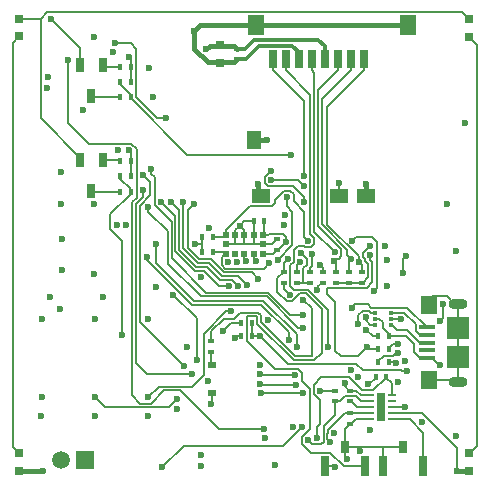
<source format=gbl>
G04 #@! TF.FileFunction,Copper,L4,Bot,Signal*
%FSLAX46Y46*%
G04 Gerber Fmt 4.6, Leading zero omitted, Abs format (unit mm)*
G04 Created by KiCad (PCBNEW 4.1.0-alpha+201607160317+6981~46~ubuntu14.04.1-product) date Fri Jul 22 01:01:49 2016*
%MOMM*%
%LPD*%
G01*
G04 APERTURE LIST*
%ADD10C,0.100000*%
%ADD11R,0.400000X0.600000*%
%ADD12R,0.600000X0.400000*%
%ADD13R,1.900000X1.900000*%
%ADD14R,1.400000X1.600000*%
%ADD15R,1.350000X0.400000*%
%ADD16O,1.600000X0.900000*%
%ADD17R,1.500000X1.500000*%
%ADD18C,1.500000*%
%ADD19R,0.800000X0.600000*%
%ADD20R,0.800000X1.200000*%
%ADD21R,0.800000X1.700000*%
%ADD22R,0.800000X1.100000*%
%ADD23R,0.450000X0.300000*%
%ADD24R,0.500000X0.500000*%
%ADD25R,0.700000X0.250000*%
%ADD26R,0.640000X1.200000*%
%ADD27R,1.400000X1.700000*%
%ADD28R,0.800000X1.500000*%
%ADD29R,1.150000X1.500000*%
%ADD30R,1.500000X1.150000*%
%ADD31R,0.797560X0.797560*%
%ADD32R,0.750000X0.800000*%
%ADD33C,0.600000*%
%ADD34C,0.160000*%
%ADD35C,0.350000*%
%ADD36C,0.400000*%
G04 APERTURE END LIST*
D10*
D11*
X138050000Y-102450000D03*
X137150000Y-102450000D03*
D12*
X136800000Y-78150000D03*
X136800000Y-79050000D03*
X140150000Y-95152932D03*
X140150000Y-94252932D03*
D11*
X139100000Y-92752932D03*
X138200000Y-92752932D03*
D12*
X146350000Y-109000000D03*
X146350000Y-109900000D03*
X146350000Y-108000000D03*
X146350000Y-107100000D03*
D13*
X155500000Y-104225000D03*
X155500000Y-101825000D03*
D14*
X153050000Y-99825000D03*
X153050000Y-106225000D03*
D15*
X152825000Y-101725000D03*
X152825000Y-102375000D03*
X152825000Y-104325000D03*
X152825000Y-103675000D03*
X152825000Y-103025000D03*
D16*
X155500000Y-106325000D03*
X155500000Y-99725000D03*
D17*
X123900000Y-113000000D03*
D18*
X121900000Y-113000000D03*
D19*
X134625000Y-107325000D03*
X134625000Y-104925000D03*
D12*
X134600000Y-103800000D03*
X134600000Y-102900000D03*
D20*
X124450000Y-82150000D03*
X125400000Y-79550000D03*
X123500000Y-79550000D03*
X124450000Y-90150000D03*
X125400000Y-87550000D03*
X123500000Y-87550000D03*
D11*
X137150000Y-101350000D03*
X138050000Y-101350000D03*
D12*
X142950000Y-97950000D03*
X142950000Y-97050000D03*
X141850000Y-97950000D03*
X141850000Y-97050000D03*
X140740000Y-97050000D03*
X140740000Y-97950000D03*
D11*
X149650000Y-104700000D03*
X148750000Y-104700000D03*
X149650000Y-103600000D03*
X148750000Y-103600000D03*
D12*
X147350000Y-97950000D03*
X147350000Y-97050000D03*
X146250000Y-97950000D03*
X146250000Y-97050000D03*
X145150000Y-97950000D03*
X145150000Y-97050000D03*
X144050000Y-97050000D03*
X144050000Y-97950000D03*
D11*
X148750000Y-102500000D03*
X149650000Y-102500000D03*
X133850000Y-95352932D03*
X134750000Y-95352932D03*
X133850000Y-94052932D03*
X134750000Y-94052932D03*
X149400000Y-105900000D03*
X148500000Y-105900000D03*
D12*
X145050000Y-108000000D03*
X145050000Y-107100000D03*
D11*
X126900000Y-82250000D03*
X127800000Y-82250000D03*
X126900000Y-90250000D03*
X127800000Y-90250000D03*
X126900000Y-80950000D03*
X127800000Y-80950000D03*
X126900000Y-88950000D03*
X127800000Y-88950000D03*
X126900000Y-79650000D03*
X127800000Y-79650000D03*
X126900000Y-87650000D03*
X127800000Y-87650000D03*
D21*
X147600000Y-113500000D03*
X144200000Y-113500000D03*
D22*
X145900000Y-111850000D03*
D21*
X152550000Y-113500000D03*
X149150000Y-113500000D03*
D22*
X150850000Y-111850000D03*
D23*
X148450000Y-101500000D03*
X148450000Y-101000000D03*
X148450000Y-100500000D03*
X149800000Y-100500000D03*
X149800000Y-101000000D03*
X149800000Y-101500000D03*
D24*
X139000000Y-93902932D03*
X138200000Y-93902932D03*
X137400000Y-93902932D03*
X136600000Y-93902932D03*
X135800000Y-93902932D03*
X135800000Y-94702932D03*
X135800000Y-95502932D03*
X136600000Y-95502932D03*
X137400000Y-95502932D03*
X138200000Y-95502932D03*
X139000000Y-95502932D03*
X139000000Y-94702932D03*
D25*
X149875000Y-107500000D03*
X149875000Y-108000000D03*
X149875000Y-108500000D03*
X149875000Y-109000000D03*
X149875000Y-109500000D03*
X148025000Y-109500000D03*
X148025000Y-109000000D03*
X148025000Y-108500000D03*
X148025000Y-108000000D03*
X148025000Y-107500000D03*
D26*
X148950000Y-109100000D03*
X148950000Y-107900000D03*
D27*
X138350000Y-76150000D03*
D28*
X143100000Y-79050000D03*
X142000000Y-79050000D03*
X139800000Y-79050000D03*
X140900000Y-79050000D03*
X145300000Y-79050000D03*
X144200000Y-79050000D03*
X146400000Y-79050000D03*
X147500000Y-79050000D03*
D27*
X151250000Y-76150000D03*
D29*
X138225000Y-85900000D03*
D30*
X138800000Y-90625000D03*
X145400000Y-90625000D03*
X147700000Y-90625000D03*
D31*
X156450000Y-75650000D03*
X156450000Y-77148600D03*
X118350000Y-75600700D03*
X118350000Y-77099300D03*
X118350000Y-112400700D03*
X118350000Y-113899300D03*
X156450000Y-112400000D03*
X156450000Y-113898600D03*
D32*
X135350000Y-77850000D03*
X135350000Y-79350000D03*
D33*
X147868179Y-106529990D03*
X152438150Y-109751841D03*
X150204379Y-104728236D03*
X135587570Y-102059343D03*
X139413972Y-101138559D03*
X150390000Y-103160000D03*
X136787246Y-96212944D03*
X143810022Y-107130010D03*
X148059980Y-94810000D03*
X149460010Y-98240000D03*
X156090000Y-84410000D03*
X126589955Y-93040000D03*
X141499989Y-110149316D03*
X145042577Y-113516268D03*
X148000000Y-110399991D03*
X133700000Y-112570000D03*
X134370000Y-93300000D03*
X126700000Y-86740000D03*
X120940000Y-99200000D03*
X121810002Y-100190000D03*
X124699998Y-91275000D03*
X124700000Y-97200000D03*
X123775000Y-83324998D03*
X120718308Y-81481704D03*
X136589998Y-102597422D03*
X127650000Y-78810000D03*
X153960000Y-104900000D03*
X139110000Y-111140000D03*
X145880000Y-106470000D03*
X143560000Y-98530000D03*
X121941342Y-94238658D03*
X121940000Y-96860000D03*
X138581176Y-89555352D03*
X138709957Y-104956590D03*
X133686969Y-97511905D03*
X136027233Y-96212944D03*
X141220742Y-98952665D03*
X147680000Y-89560000D03*
X139300000Y-85910000D03*
X131710000Y-108680000D03*
X127349968Y-93040000D03*
X132576873Y-103400170D03*
X146090000Y-112900000D03*
X155310000Y-95230000D03*
X155310000Y-110960000D03*
X147200000Y-112189998D03*
X133701950Y-113512089D03*
X149470000Y-96050010D03*
X133130000Y-76680000D03*
X154530000Y-91250000D03*
X137000000Y-93130000D03*
X129680000Y-82200000D03*
X127600000Y-86750000D03*
X124650613Y-77153552D03*
X121850000Y-91260000D03*
X121850000Y-88580000D03*
X120220000Y-109250000D03*
X129260000Y-101020000D03*
X124720000Y-109250000D03*
X129220000Y-109250000D03*
X124770000Y-101030000D03*
X120240000Y-101020000D03*
X151140000Y-105420000D03*
X138709957Y-102450000D03*
X142176325Y-95400163D03*
X140905673Y-94515964D03*
X134280010Y-106244994D03*
X133210000Y-94680000D03*
X129290000Y-79810000D03*
X120730000Y-80560000D03*
X125450000Y-99140000D03*
X126255131Y-78401910D03*
X129950002Y-98300000D03*
X134160000Y-78200000D03*
X144650010Y-111437687D03*
X140020000Y-113350002D03*
X120380000Y-113880000D03*
X155380000Y-113910000D03*
X145041137Y-95372554D03*
X147790000Y-103409990D03*
X148052458Y-95631832D03*
X142439957Y-88950000D03*
X150427029Y-103934346D03*
X144510000Y-103360000D03*
X144950430Y-96127132D03*
X146410987Y-95908359D03*
X147096838Y-96235813D03*
X139659990Y-89260201D03*
X142439957Y-89760000D03*
X145410000Y-89530000D03*
X138709957Y-105716603D03*
X141700000Y-105800000D03*
X138755281Y-106504780D03*
X141800000Y-106590000D03*
X136292924Y-100340021D03*
X129250001Y-107651501D03*
X147020010Y-101460000D03*
X147687439Y-100849943D03*
X150981838Y-108459990D03*
X120250003Y-107651485D03*
X121000000Y-75600000D03*
X141059272Y-95925258D03*
X147727170Y-101929955D03*
X142380000Y-101760000D03*
X129250000Y-91510000D03*
X143111502Y-95549677D03*
X138406729Y-96135805D03*
X142139284Y-96170030D03*
X137541525Y-96119768D03*
X143530057Y-111088659D03*
X142800021Y-111300000D03*
X141310000Y-87100000D03*
X141010000Y-90699978D03*
X140230000Y-95990000D03*
X127020000Y-102420000D03*
X151010000Y-104550000D03*
X142280000Y-110190000D03*
X130439994Y-113594863D03*
X128850000Y-88859990D03*
X132290000Y-105040000D03*
X128820000Y-90130000D03*
X132980000Y-105680000D03*
X141830000Y-103420000D03*
X129940000Y-94640000D03*
X129190000Y-95790000D03*
X141145986Y-102845986D03*
X142330000Y-100670000D03*
X129510000Y-88330000D03*
X131341873Y-98958127D03*
X133360000Y-104490000D03*
X153923155Y-101216845D03*
X154210002Y-99750000D03*
X144979990Y-110706838D03*
X142751768Y-94422436D03*
X139486741Y-96290021D03*
X151090000Y-95690000D03*
X150810000Y-97120000D03*
X150700000Y-101060000D03*
X134600000Y-108225000D03*
X142380000Y-99390000D03*
X146479543Y-100060010D03*
X143792908Y-96431165D03*
X139659990Y-88500197D03*
X142430000Y-91150000D03*
X138824959Y-107261591D03*
X142362043Y-107254032D03*
X131704662Y-107809447D03*
X124750001Y-107651501D03*
X139100000Y-110370000D03*
X122480000Y-79068006D03*
X136091526Y-98258322D03*
X130340000Y-91090000D03*
X136850000Y-98210000D03*
X131200001Y-91129999D03*
X137608355Y-98160002D03*
X132200000Y-91110000D03*
X138579515Y-97620468D03*
X133120000Y-91250000D03*
X146430000Y-105370000D03*
X140779998Y-93030000D03*
X146979317Y-105895626D03*
X140800002Y-92180000D03*
X148355106Y-98621415D03*
X146542113Y-94405510D03*
X150409364Y-106397180D03*
X149340000Y-94830000D03*
X126420000Y-77660006D03*
X130740000Y-83969996D03*
D34*
X147970010Y-106529990D02*
X147868179Y-106529990D01*
X148500000Y-106000000D02*
X147970010Y-106529990D01*
X148500000Y-105900000D02*
X148500000Y-106000000D01*
X150176143Y-104700000D02*
X150204379Y-104728236D01*
X149650000Y-104700000D02*
X150176143Y-104700000D01*
X149650000Y-103475736D02*
X149965736Y-103160000D01*
X149965736Y-103160000D02*
X150390000Y-103160000D01*
X149650000Y-103600000D02*
X149650000Y-103475736D01*
X136296913Y-101350000D02*
X135587570Y-102059343D01*
X137150000Y-101350000D02*
X136296913Y-101350000D01*
X143840032Y-107100000D02*
X143810022Y-107130010D01*
X145050000Y-107100000D02*
X143840032Y-107100000D01*
X147636840Y-95976611D02*
X147449999Y-95789770D01*
X147890001Y-97509999D02*
X147890001Y-96379203D01*
X147449999Y-95789770D02*
X147449999Y-95419981D01*
X147350000Y-97950000D02*
X147450000Y-97950000D01*
X147449999Y-95419981D02*
X148059980Y-94810000D01*
X147890001Y-96379203D02*
X147636840Y-96126042D01*
X147636840Y-96126042D02*
X147636840Y-95976611D01*
X147450000Y-97950000D02*
X147890001Y-97509999D01*
X145026309Y-113500000D02*
X145042577Y-113516268D01*
X144200000Y-113500000D02*
X145026309Y-113500000D01*
X148550000Y-105900000D02*
X148500000Y-105900000D01*
X146250000Y-97950000D02*
X147350000Y-97950000D01*
X145150000Y-97950000D02*
X146250000Y-97950000D01*
X137150000Y-102450000D02*
X136737420Y-102450000D01*
X136737420Y-102450000D02*
X136589998Y-102597422D01*
D35*
X142000000Y-79050000D02*
X142000000Y-78450000D01*
X142000000Y-78450000D02*
X141460000Y-77910000D01*
X141460000Y-77910000D02*
X138640000Y-77910000D01*
X138640000Y-77910000D02*
X137500000Y-79050000D01*
X137500000Y-79050000D02*
X136800000Y-79050000D01*
D34*
X127800000Y-78960000D02*
X127650000Y-78810000D01*
X127800000Y-79650000D02*
X127800000Y-78960000D01*
X153875000Y-104900000D02*
X153960000Y-104900000D01*
X152825000Y-104325000D02*
X153300000Y-104325000D01*
X153300000Y-104325000D02*
X153875000Y-104900000D01*
X145880000Y-106730000D02*
X145880000Y-106470000D01*
X146250000Y-107100000D02*
X145880000Y-106730000D01*
X146350000Y-107100000D02*
X146250000Y-107100000D01*
X144050000Y-97950000D02*
X143950000Y-97950000D01*
X143560000Y-98340000D02*
X143560000Y-98530000D01*
X143950000Y-97950000D02*
X143560000Y-98340000D01*
D36*
X138581176Y-90406176D02*
X138581176Y-89555352D01*
X138800000Y-90625000D02*
X138581176Y-90406176D01*
D34*
X152825000Y-104325000D02*
X152245000Y-104325000D01*
X151120000Y-102500000D02*
X149650000Y-102500000D01*
X152245000Y-104325000D02*
X151780000Y-103860000D01*
X151780000Y-103860000D02*
X151780000Y-103160000D01*
X151780000Y-103160000D02*
X151120000Y-102500000D01*
X140740000Y-97950000D02*
X140740000Y-98471923D01*
X140740000Y-98471923D02*
X141220742Y-98952665D01*
D36*
X147700000Y-90625000D02*
X147700000Y-89580000D01*
X147700000Y-89580000D02*
X147680000Y-89560000D01*
X138225000Y-85900000D02*
X139290000Y-85900000D01*
X139290000Y-85900000D02*
X139300000Y-85910000D01*
D34*
X145900000Y-112710000D02*
X146090000Y-112900000D01*
X145900000Y-111850000D02*
X145900000Y-112710000D01*
X146834565Y-107100000D02*
X146350000Y-107100000D01*
X147234565Y-107500000D02*
X146834565Y-107100000D01*
X148025000Y-107500000D02*
X147234565Y-107500000D01*
X149150000Y-111850000D02*
X147200000Y-111850000D01*
X147200000Y-111850000D02*
X145900000Y-111850000D01*
X147200000Y-112189998D02*
X147200000Y-111850000D01*
X150850000Y-111850000D02*
X149150000Y-111850000D01*
X149150000Y-113500000D02*
X149150000Y-111850000D01*
D36*
X147700000Y-90625000D02*
X147875000Y-90625000D01*
X151250000Y-76150000D02*
X138350000Y-76150000D01*
X138350000Y-76150000D02*
X133660000Y-76150000D01*
X133660000Y-76150000D02*
X133130000Y-76680000D01*
X135350000Y-79300000D02*
X134283198Y-79300000D01*
X134283198Y-79300000D02*
X133130000Y-78146802D01*
X133130000Y-78146802D02*
X133130000Y-76680000D01*
X135350000Y-79300000D02*
X136550000Y-79300000D01*
X136550000Y-79300000D02*
X136800000Y-79050000D01*
D34*
X135600000Y-79050000D02*
X135350000Y-79300000D01*
X142000000Y-79050000D02*
X142000000Y-78660000D01*
X146350000Y-109900000D02*
X145920000Y-110330000D01*
X145920000Y-110330000D02*
X145920000Y-111830000D01*
X145920000Y-111830000D02*
X145900000Y-111850000D01*
X150850000Y-111850000D02*
X150850000Y-112000000D01*
X137400000Y-93902932D02*
X137400000Y-93530000D01*
X137400000Y-93530000D02*
X137000000Y-93130000D01*
X137000000Y-93130000D02*
X136600000Y-93530000D01*
X136600000Y-93530000D02*
X136600000Y-93902932D01*
X137000000Y-93130000D02*
X137370000Y-92760000D01*
X137370000Y-92760000D02*
X138192932Y-92760000D01*
X138192932Y-92760000D02*
X138200000Y-92752932D01*
X127800000Y-87650000D02*
X127800000Y-86950000D01*
X127800000Y-86950000D02*
X127600000Y-86750000D01*
X127800000Y-87650000D02*
X127800000Y-88950000D01*
X137400000Y-94702932D02*
X138175000Y-94702932D01*
X138175000Y-94702932D02*
X139000000Y-94702932D01*
X138200000Y-93902932D02*
X138200000Y-94677932D01*
X138200000Y-94677932D02*
X138175000Y-94702932D01*
X136575000Y-94702932D02*
X137400000Y-94702932D01*
X137400000Y-93902932D02*
X137400000Y-94702932D01*
X135800000Y-94702932D02*
X136575000Y-94702932D01*
X136600000Y-93902932D02*
X136600000Y-94677932D01*
X136600000Y-94677932D02*
X136575000Y-94702932D01*
X140150000Y-94252932D02*
X139700000Y-94702932D01*
X139700000Y-94702932D02*
X139000000Y-94702932D01*
X138200000Y-92752932D02*
X138200000Y-93902932D01*
X148025000Y-109500000D02*
X146875000Y-109500000D01*
X146875000Y-109500000D02*
X146600000Y-109775000D01*
X146475000Y-109775000D02*
X146350000Y-109900000D01*
X146600000Y-109775000D02*
X146475000Y-109775000D01*
X127800000Y-80950000D02*
X127800000Y-79650000D01*
X148450000Y-101000000D02*
X148829000Y-101000000D01*
X148829000Y-101000000D02*
X149125000Y-101296000D01*
X149125000Y-101296000D02*
X149125000Y-101775000D01*
X149125000Y-101775000D02*
X149650000Y-102300000D01*
X149650000Y-102300000D02*
X149650000Y-102500000D01*
X150715736Y-105420000D02*
X151140000Y-105420000D01*
X150645736Y-105350000D02*
X150715736Y-105420000D01*
X147410000Y-105350000D02*
X150645736Y-105350000D01*
X146889999Y-104829999D02*
X147410000Y-105350000D01*
X141089956Y-104829999D02*
X146889999Y-104829999D01*
X138709957Y-102450000D02*
X141089956Y-104829999D01*
X138050000Y-102450000D02*
X138709957Y-102450000D01*
X138050000Y-101350000D02*
X138050000Y-102450000D01*
X140150000Y-95152932D02*
X140267068Y-95152932D01*
X140267068Y-95152932D02*
X140904036Y-94515964D01*
X140904036Y-94515964D02*
X140905673Y-94515964D01*
X139000000Y-93902932D02*
X139410000Y-93902932D01*
X139410000Y-93902932D02*
X139500001Y-93812931D01*
X139500001Y-93812931D02*
X140626904Y-93812931D01*
X140626904Y-93812931D02*
X140900000Y-94086027D01*
X140900000Y-94086027D02*
X140900000Y-94510291D01*
X140900000Y-94510291D02*
X140905673Y-94515964D01*
X142710001Y-95933839D02*
X142176325Y-95400163D01*
X142400000Y-97950000D02*
X142400000Y-96749202D01*
X142400000Y-96749202D02*
X142710001Y-96439201D01*
X142710001Y-96439201D02*
X142710001Y-95933839D01*
X142400000Y-97950000D02*
X142950000Y-97950000D01*
X141850000Y-97950000D02*
X142400000Y-97950000D01*
X133850000Y-94670000D02*
X133850000Y-94052932D01*
X133850000Y-95352932D02*
X133850000Y-94670000D01*
X133850000Y-94670000D02*
X133220000Y-94670000D01*
X133220000Y-94670000D02*
X133210000Y-94680000D01*
X140150000Y-95152932D02*
X139800000Y-95502932D01*
X139800000Y-95502932D02*
X139000000Y-95502932D01*
X139100000Y-92752932D02*
X139100000Y-93802932D01*
X139100000Y-93802932D02*
X139000000Y-93902932D01*
D35*
X136800000Y-78150000D02*
X137450000Y-78150000D01*
X137450000Y-78150000D02*
X138220000Y-77380000D01*
X143630000Y-77380000D02*
X144200000Y-77950000D01*
X144200000Y-77950000D02*
X144200000Y-79050000D01*
X138220000Y-77380000D02*
X143630000Y-77380000D01*
D36*
X135350000Y-77900000D02*
X136550000Y-77900000D01*
X136550000Y-77900000D02*
X136800000Y-78150000D01*
X134160000Y-78200000D02*
X134450000Y-77910000D01*
X134450000Y-77910000D02*
X135340000Y-77910000D01*
X135340000Y-77910000D02*
X135350000Y-77900000D01*
X118350000Y-113899300D02*
X120360700Y-113899300D01*
X120360700Y-113899300D02*
X120380000Y-113880000D01*
X156450000Y-113898600D02*
X155391400Y-113898600D01*
X155391400Y-113898600D02*
X155380000Y-113910000D01*
D34*
X155380000Y-111930000D02*
X155380000Y-113910000D01*
X149875000Y-109000000D02*
X152450000Y-109000000D01*
X152450000Y-109000000D02*
X155380000Y-111930000D01*
X144440022Y-110659556D02*
X144430011Y-110669567D01*
X144440022Y-110449978D02*
X144440022Y-110659556D01*
X146350000Y-109000000D02*
X145890000Y-109000000D01*
X145890000Y-109000000D02*
X144440022Y-110449978D01*
X144430011Y-110669567D02*
X144430011Y-111217688D01*
X144430011Y-111217688D02*
X144650010Y-111437687D01*
X148025000Y-109000000D02*
X146350000Y-109000000D01*
X143299978Y-93631395D02*
X145041137Y-95372554D01*
X143299978Y-80159978D02*
X143299978Y-93631395D01*
X143100000Y-79960000D02*
X143299978Y-80159978D01*
X143100000Y-79050000D02*
X143100000Y-79960000D01*
X147759999Y-98390001D02*
X148220000Y-97930000D01*
X148220000Y-96223638D02*
X148052458Y-96056096D01*
X144360426Y-98886501D02*
X144360426Y-98390001D01*
X145100002Y-103760002D02*
X145100002Y-99626077D01*
X148220000Y-97930000D02*
X148220000Y-96223638D01*
X145540000Y-104200000D02*
X145100002Y-103760002D01*
X147790000Y-103409990D02*
X146999990Y-104200000D01*
X146999990Y-104200000D02*
X145540000Y-104200000D01*
X145100002Y-99626077D02*
X144360426Y-98886501D01*
X148052458Y-96056096D02*
X148052458Y-95631832D01*
X144360426Y-98390001D02*
X147759999Y-98390001D01*
X147980010Y-103600000D02*
X147790000Y-103409990D01*
X148750000Y-103600000D02*
X147980010Y-103600000D01*
X139800000Y-79960000D02*
X142439957Y-82599957D01*
X142439957Y-82599957D02*
X142439957Y-88950000D01*
X139800000Y-79050000D02*
X139800000Y-79960000D01*
X149190001Y-104159999D02*
X150000797Y-104159999D01*
X148750000Y-104600000D02*
X149190001Y-104159999D01*
X148750000Y-104700000D02*
X148750000Y-104600000D01*
X150000797Y-104159999D02*
X150226450Y-103934346D01*
X150226450Y-103934346D02*
X150427029Y-103934346D01*
X140900000Y-79050000D02*
X140900000Y-79960000D01*
X140900000Y-79960000D02*
X142979967Y-82039967D01*
X142979967Y-82039967D02*
X142979967Y-93851583D01*
X142979967Y-93851583D02*
X143291770Y-94163386D01*
X143291770Y-94163386D02*
X143291770Y-94681788D01*
X143291770Y-94681788D02*
X143010970Y-94962588D01*
X141599274Y-95187439D02*
X141599274Y-96165986D01*
X141599274Y-96165986D02*
X141300000Y-96465260D01*
X141300000Y-96465260D02*
X141300000Y-98268233D01*
X141300000Y-98268233D02*
X141561755Y-98529988D01*
X141561755Y-98529988D02*
X142760784Y-98529988D01*
X141926552Y-94860161D02*
X141599274Y-95187439D01*
X142435527Y-94860161D02*
X141926552Y-94860161D01*
X142537954Y-94962588D02*
X142435527Y-94860161D01*
X143010970Y-94962588D02*
X142537954Y-94962588D01*
X144510000Y-100279204D02*
X144510000Y-103360000D01*
X142760784Y-98529988D02*
X144510000Y-100279204D01*
X144950430Y-96127132D02*
X145167562Y-95910000D01*
X145167562Y-95910000D02*
X145400000Y-95910000D01*
X145400000Y-95910000D02*
X145581138Y-95728862D01*
X145581138Y-95728862D02*
X145581139Y-95113352D01*
X143619989Y-93152202D02*
X143619989Y-81640011D01*
X145300000Y-79960000D02*
X145300000Y-79050000D01*
X145150000Y-96326702D02*
X144950430Y-96127132D01*
X145581139Y-95113352D02*
X143619989Y-93152202D01*
X145150000Y-97050000D02*
X145150000Y-96326702D01*
X143619989Y-81640011D02*
X145300000Y-79960000D01*
X146400000Y-79960000D02*
X143940000Y-82420000D01*
X146400000Y-79050000D02*
X146400000Y-79960000D01*
X146110988Y-95608360D02*
X146410987Y-95908359D01*
X146110988Y-95190638D02*
X146110988Y-95608360D01*
X143940000Y-82420000D02*
X143940000Y-93019650D01*
X143940000Y-93019650D02*
X146110988Y-95190638D01*
X146250000Y-97050000D02*
X146250000Y-96069346D01*
X146250000Y-96069346D02*
X146410987Y-95908359D01*
X147350000Y-97050000D02*
X147350000Y-96488975D01*
X144409999Y-93037086D02*
X147096838Y-95723925D01*
X147096838Y-95723925D02*
X147096838Y-96235813D01*
X147500000Y-79960000D02*
X144409999Y-83050001D01*
X147500000Y-79050000D02*
X147500000Y-79960000D01*
X147350000Y-96488975D02*
X147096838Y-96235813D01*
X144409999Y-83050001D02*
X144409999Y-93037086D01*
X142439957Y-89760000D02*
X141940158Y-89260201D01*
X141940158Y-89260201D02*
X139659990Y-89260201D01*
X145400000Y-90625000D02*
X145400000Y-89540000D01*
X145400000Y-89540000D02*
X145410000Y-89530000D01*
X126900000Y-90250000D02*
X124550000Y-90250000D01*
X124550000Y-90250000D02*
X124450000Y-90150000D01*
X125400000Y-87550000D02*
X126800000Y-87550000D01*
X126800000Y-87550000D02*
X126900000Y-87650000D01*
X156450000Y-77148600D02*
X156450000Y-77150000D01*
X156450000Y-77150000D02*
X157090000Y-77790000D01*
X156460000Y-112400000D02*
X156450000Y-112400000D01*
X157090000Y-77790000D02*
X157090000Y-111770000D01*
X157090000Y-111770000D02*
X156460000Y-112400000D01*
X138793354Y-105800000D02*
X138709957Y-105716603D01*
X141700000Y-105800000D02*
X138793354Y-105800000D01*
X141800000Y-106590000D02*
X138840501Y-106590000D01*
X138840501Y-106590000D02*
X138755281Y-106504780D01*
X132990000Y-106750000D02*
X133940000Y-105800000D01*
X135868660Y-100340021D02*
X136292924Y-100340021D01*
X133940000Y-105800000D02*
X133940000Y-102268681D01*
X130151502Y-106750000D02*
X132990000Y-106750000D01*
X129250001Y-107651501D02*
X130151502Y-106750000D01*
X133940000Y-102268681D02*
X135868660Y-100340021D01*
X147020010Y-100718170D02*
X147020010Y-101460000D01*
X147428238Y-100309942D02*
X147020010Y-100718170D01*
X147946640Y-100309942D02*
X147428238Y-100309942D01*
X148136698Y-100500000D02*
X147946640Y-100309942D01*
X148450000Y-100500000D02*
X148136698Y-100500000D01*
X147687439Y-101122439D02*
X147687439Y-100849943D01*
X148065000Y-101500000D02*
X147687439Y-101122439D01*
X148450000Y-101500000D02*
X148065000Y-101500000D01*
X149875000Y-108500000D02*
X150941828Y-108500000D01*
X150941828Y-108500000D02*
X150981838Y-108459990D01*
X123500000Y-79550000D02*
X123500000Y-78100000D01*
X123500000Y-78100000D02*
X121000000Y-75600000D01*
X120150000Y-75620000D02*
X120150000Y-75610000D01*
X156400000Y-75650000D02*
X156450000Y-75650000D01*
X120150000Y-75610000D02*
X120700001Y-75059999D01*
X120700001Y-75059999D02*
X155809999Y-75059999D01*
X155809999Y-75059999D02*
X156400000Y-75650000D01*
X120150000Y-75620000D02*
X120130700Y-75600700D01*
X120130700Y-75600700D02*
X118350000Y-75600700D01*
X123500000Y-87550000D02*
X123500000Y-87375000D01*
X123500000Y-87375000D02*
X120150000Y-84025000D01*
X120150000Y-84025000D02*
X120150000Y-75620000D01*
X126900000Y-82250000D02*
X124550000Y-82250000D01*
X124550000Y-82250000D02*
X124450000Y-82150000D01*
X126900000Y-79650000D02*
X125500000Y-79650000D01*
X125500000Y-79650000D02*
X125400000Y-79550000D01*
X142260011Y-111570011D02*
X142260011Y-111040808D01*
X142260011Y-111040808D02*
X142940002Y-110360817D01*
X147600000Y-113500000D02*
X145800000Y-113500000D01*
X142250000Y-106260796D02*
X142250000Y-105570000D01*
X142940002Y-110360817D02*
X142940002Y-106950798D01*
X142628232Y-98849999D02*
X142120799Y-98849999D01*
X142250000Y-105570000D02*
X141910000Y-105230000D01*
X144660000Y-112360000D02*
X143050000Y-112360000D01*
X145800000Y-113500000D02*
X144660000Y-112360000D01*
X143050000Y-112360000D02*
X142260011Y-111570011D01*
X137600000Y-100867998D02*
X137657999Y-100809999D01*
X141910000Y-105230000D02*
X139950000Y-105230000D01*
X137657999Y-100809999D02*
X138442001Y-100809999D01*
X142940002Y-106950798D02*
X142250000Y-106260796D01*
X143959998Y-100181765D02*
X142628232Y-98849999D01*
X139950000Y-105230000D02*
X137600000Y-102880000D01*
X137600000Y-102880000D02*
X137600000Y-100867998D01*
X138442001Y-100809999D02*
X138490001Y-100857999D01*
X140199999Y-98724873D02*
X140199999Y-97590001D01*
X140199999Y-97590001D02*
X140740000Y-97050000D01*
X138490001Y-100857999D02*
X138490001Y-101430842D01*
X138490001Y-101430842D02*
X141569147Y-104509988D01*
X141569147Y-104509988D02*
X143312575Y-104509988D01*
X143312575Y-104509988D02*
X143959998Y-103862565D01*
X143959998Y-103862565D02*
X143959998Y-100181765D01*
X142120799Y-98849999D02*
X141469999Y-99500799D01*
X141469999Y-99500799D02*
X140975925Y-99500799D01*
X140975925Y-99500799D02*
X140199999Y-98724873D01*
X140740000Y-96244530D02*
X141059272Y-95925258D01*
X140740000Y-97050000D02*
X140740000Y-96244530D01*
X147600000Y-113950000D02*
X147600000Y-113500000D01*
X130909980Y-96339980D02*
X133690010Y-99120010D01*
X133690010Y-99120010D02*
X139283184Y-99120010D01*
X139283184Y-99120010D02*
X141923174Y-101760000D01*
X141923174Y-101760000D02*
X142380000Y-101760000D01*
X129250000Y-91510000D02*
X129250000Y-91934264D01*
X129250000Y-91934264D02*
X130909980Y-93594244D01*
X130909980Y-93594244D02*
X130909980Y-96339980D01*
X148297215Y-102500000D02*
X147727170Y-101929955D01*
X148750000Y-102500000D02*
X148297215Y-102500000D01*
X142950000Y-97050000D02*
X142950000Y-96690000D01*
X143111502Y-96528498D02*
X143111502Y-95549677D01*
X142950000Y-96690000D02*
X143111502Y-96528498D01*
X138200000Y-95502932D02*
X138200000Y-95929076D01*
X138200000Y-95929076D02*
X138406729Y-96135805D01*
X141850000Y-96459314D02*
X142139284Y-96170030D01*
X141850000Y-97050000D02*
X141850000Y-96459314D01*
X137400000Y-95502932D02*
X137400000Y-95978243D01*
X137400000Y-95978243D02*
X137541525Y-96119768D01*
X143530057Y-111088659D02*
X143530057Y-110183302D01*
X143270020Y-106576310D02*
X143916332Y-105929998D01*
X146250000Y-105930000D02*
X147390000Y-107070000D01*
X143270020Y-107359212D02*
X143270020Y-106576310D01*
X147390000Y-107070000D02*
X148330000Y-107070000D01*
X143779998Y-109933361D02*
X143779998Y-107869190D01*
X143779998Y-107869190D02*
X143270020Y-107359212D01*
X146139202Y-105929998D02*
X146139204Y-105930000D01*
X148330000Y-107070000D02*
X149400000Y-106000000D01*
X143530057Y-110183302D02*
X143779998Y-109933361D01*
X143916332Y-105929998D02*
X146139202Y-105929998D01*
X146139204Y-105930000D02*
X146250000Y-105930000D01*
X149400000Y-106000000D02*
X149400000Y-105900000D01*
X149875000Y-107500000D02*
X149875000Y-106475000D01*
X149875000Y-106475000D02*
X149400000Y-106000000D01*
X143150020Y-111649999D02*
X142800021Y-111300000D01*
X144110000Y-111429202D02*
X143889203Y-111649999D01*
X145050000Y-108000000D02*
X145050000Y-109115922D01*
X143889203Y-111649999D02*
X143150020Y-111649999D01*
X144110000Y-110055922D02*
X144110000Y-111429202D01*
X145050000Y-109115922D02*
X144110000Y-110055922D01*
X146842001Y-107559999D02*
X145950001Y-107559999D01*
X147282002Y-108000000D02*
X146842001Y-107559999D01*
X148025000Y-108000000D02*
X147282002Y-108000000D01*
X145510000Y-108000000D02*
X145050000Y-108000000D01*
X145950001Y-107559999D02*
X145510000Y-108000000D01*
X141010000Y-91498308D02*
X141010000Y-90699978D01*
X141445674Y-94774326D02*
X141445674Y-91933982D01*
X140230000Y-95990000D02*
X141445674Y-94774326D01*
X141445674Y-91933982D02*
X141010000Y-91498308D01*
X132550000Y-87100000D02*
X141310000Y-87100000D01*
X127800000Y-82350000D02*
X132550000Y-87100000D01*
X127800000Y-82250000D02*
X127800000Y-82350000D01*
X126900000Y-80950000D02*
X126900000Y-81150000D01*
X126900000Y-81150000D02*
X127800000Y-82050000D01*
X127800000Y-82050000D02*
X127800000Y-82250000D01*
X126900000Y-88950000D02*
X126900000Y-89150000D01*
X126900000Y-89150000D02*
X127800000Y-90050000D01*
X127800000Y-90050000D02*
X127800000Y-90250000D01*
X127020000Y-102420000D02*
X127020000Y-94380000D01*
X127020000Y-94380000D02*
X126049954Y-93409954D01*
X126049954Y-93409954D02*
X126049954Y-92160046D01*
X126049954Y-92160046D02*
X127800000Y-90410000D01*
X127800000Y-90410000D02*
X127800000Y-90250000D01*
X149875000Y-109500000D02*
X151410000Y-109500000D01*
X151410000Y-109500000D02*
X152550000Y-110640000D01*
X152550000Y-110640000D02*
X152550000Y-113500000D01*
X142280000Y-110190000D02*
X140710000Y-111760000D01*
X140710000Y-111760000D02*
X132274857Y-111760000D01*
X132274857Y-111760000D02*
X130439994Y-113594863D01*
X129430001Y-89439991D02*
X128850000Y-88859990D01*
X128530000Y-91422563D02*
X129430001Y-90522562D01*
X129430001Y-90522562D02*
X129430001Y-89439991D01*
X128530000Y-101280000D02*
X128530000Y-91422563D01*
X132290000Y-105040000D02*
X128530000Y-101280000D01*
X128820000Y-90680000D02*
X128820000Y-90130000D01*
X128209989Y-91290011D02*
X128820000Y-90680000D01*
X129117437Y-105680000D02*
X128209989Y-104772552D01*
X132980000Y-105680000D02*
X129117437Y-105680000D01*
X128209989Y-104772552D02*
X128209989Y-91290011D01*
X129940000Y-94640000D02*
X129940000Y-96300000D01*
X129940000Y-96300000D02*
X133120000Y-99480000D01*
X133120000Y-99480000D02*
X138980000Y-99480000D01*
X138980000Y-99480000D02*
X141830000Y-102330000D01*
X141830000Y-102330000D02*
X141830000Y-103420000D01*
X141145986Y-102845986D02*
X141145986Y-102098548D01*
X141145986Y-102098548D02*
X138847449Y-99800011D01*
X138847449Y-99800011D02*
X132947448Y-99800011D01*
X132947448Y-99800011D02*
X129190000Y-96042563D01*
X129190000Y-96042563D02*
X129190000Y-95910000D01*
X129190000Y-95910000D02*
X129190000Y-95790000D01*
X141285736Y-100670000D02*
X142330000Y-100670000D01*
X129510000Y-88330000D02*
X129510000Y-88754264D01*
X134175862Y-98800000D02*
X139415736Y-98800000D01*
X131229990Y-95854128D02*
X134175862Y-98800000D01*
X131229990Y-92779192D02*
X131229990Y-95854128D01*
X129799999Y-91349201D02*
X131229990Y-92779192D01*
X129510000Y-88754264D02*
X129799999Y-89044263D01*
X139415736Y-98800000D02*
X141285736Y-100670000D01*
X129799999Y-89044263D02*
X129799999Y-91349201D01*
X133360000Y-100976254D02*
X131341873Y-98958127D01*
X133360000Y-104490000D02*
X133360000Y-100976254D01*
X154210002Y-99750000D02*
X154210002Y-100929998D01*
X154210002Y-100929998D02*
X153923155Y-101216845D01*
X142751768Y-94422436D02*
X142451769Y-94122437D01*
X142451769Y-94122437D02*
X142451769Y-91950956D01*
X141570002Y-90430798D02*
X141289202Y-90149998D01*
X140770798Y-90149998D02*
X139980000Y-90940796D01*
X139980000Y-90940796D02*
X139980000Y-91202002D01*
X139980000Y-91202002D02*
X139732002Y-91450000D01*
X135800000Y-93492932D02*
X135800000Y-93902932D01*
X142451769Y-91950956D02*
X141570002Y-91069189D01*
X141570002Y-91069189D02*
X141570002Y-90430798D01*
X139732002Y-91450000D02*
X137842932Y-91450000D01*
X141289202Y-90149998D02*
X140770798Y-90149998D01*
X137842932Y-91450000D02*
X135800000Y-93492932D01*
X134750000Y-94052932D02*
X135650000Y-94052932D01*
X135650000Y-94052932D02*
X135800000Y-93902932D01*
X139023817Y-96752945D02*
X139486741Y-96290021D01*
X135487232Y-95815700D02*
X135487232Y-96472145D01*
X135487232Y-96472145D02*
X135768032Y-96752945D01*
X135768032Y-96752945D02*
X139023817Y-96752945D01*
X135800000Y-95502932D02*
X135487232Y-95815700D01*
X134750000Y-95352932D02*
X135650000Y-95352932D01*
X135650000Y-95352932D02*
X135800000Y-95502932D01*
X134600000Y-103800000D02*
X134600000Y-104900000D01*
X134600000Y-104900000D02*
X134625000Y-104925000D01*
X150810000Y-97120000D02*
X150810000Y-95970000D01*
X150810000Y-95970000D02*
X151090000Y-95690000D01*
X150640000Y-101000000D02*
X150700000Y-101060000D01*
X149800000Y-101000000D02*
X150640000Y-101000000D01*
X134625000Y-108200000D02*
X134600000Y-108225000D01*
X134625000Y-107325000D02*
X134625000Y-108200000D01*
X146450000Y-108000000D02*
X146950000Y-108500000D01*
X146950000Y-108500000D02*
X148025000Y-108500000D01*
X146350000Y-108000000D02*
X146450000Y-108000000D01*
X153050000Y-99825000D02*
X153050000Y-99460000D01*
X155150000Y-99725000D02*
X155500000Y-99725000D01*
X153050000Y-99460000D02*
X153395000Y-99115000D01*
X153395000Y-99115000D02*
X154540000Y-99115000D01*
X154540000Y-99115000D02*
X155150000Y-99725000D01*
X155500000Y-101825000D02*
X155500000Y-99725000D01*
X155500000Y-101825000D02*
X155500000Y-104225000D01*
X155500000Y-106325000D02*
X155500000Y-104225000D01*
X153050000Y-106225000D02*
X155400000Y-106225000D01*
X155400000Y-106225000D02*
X155500000Y-106325000D01*
X143110000Y-100120000D02*
X142380000Y-99390000D01*
X143110000Y-104189977D02*
X143110000Y-100120000D01*
X138574553Y-100489988D02*
X138810012Y-100725447D01*
X137040012Y-100489988D02*
X138574553Y-100489988D01*
X135680800Y-100990000D02*
X136540000Y-100990000D01*
X138810012Y-101298290D02*
X141701699Y-104189977D01*
X134600000Y-102900000D02*
X134600000Y-102070800D01*
X138810012Y-100725447D02*
X138810012Y-101298290D01*
X141701699Y-104189977D02*
X143110000Y-104189977D01*
X136540000Y-100990000D02*
X137040012Y-100489988D01*
X134600000Y-102070800D02*
X135680800Y-100990000D01*
X146779542Y-99760011D02*
X146479543Y-100060010D01*
X151160010Y-100060010D02*
X148149271Y-100060010D01*
X152825000Y-101725000D02*
X151160010Y-100060010D01*
X148149271Y-100060010D02*
X147849272Y-99760011D01*
X147849272Y-99760011D02*
X146779542Y-99760011D01*
X153400000Y-101750000D02*
X152925000Y-101750000D01*
X152245000Y-102375000D02*
X152825000Y-102375000D01*
X151909999Y-102039999D02*
X152245000Y-102375000D01*
X151909999Y-101470795D02*
X151909999Y-102039999D01*
X150939204Y-100500000D02*
X151909999Y-101470795D01*
X149800000Y-100500000D02*
X150939204Y-100500000D01*
X149800000Y-101500000D02*
X149875000Y-101500000D01*
X149875000Y-101500000D02*
X150335000Y-101960000D01*
X150335000Y-101960000D02*
X151180000Y-101960000D01*
X151180000Y-101960000D02*
X152245000Y-103025000D01*
X152245000Y-103025000D02*
X152825000Y-103025000D01*
X118350000Y-77099300D02*
X117775000Y-77674300D01*
X117775000Y-77674300D02*
X117775000Y-111825700D01*
X117775000Y-111825700D02*
X118350000Y-112400700D01*
X142430000Y-91150000D02*
X142430000Y-90725736D01*
X139119989Y-89030011D02*
X139649803Y-88500197D01*
X142430000Y-90725736D02*
X141504466Y-89800202D01*
X141504466Y-89800202D02*
X139400789Y-89800202D01*
X139400789Y-89800202D02*
X139119989Y-89519402D01*
X139119989Y-89519402D02*
X139119989Y-89030011D01*
X139649803Y-88500197D02*
X139659990Y-88500197D01*
X144050000Y-97050000D02*
X144050000Y-96688257D01*
X144050000Y-96688257D02*
X143792908Y-96431165D01*
X142362043Y-107254032D02*
X138832518Y-107254032D01*
X138832518Y-107254032D02*
X138824959Y-107261591D01*
X125610012Y-108511512D02*
X131002597Y-108511512D01*
X131002597Y-108511512D02*
X131704662Y-107809447D01*
X124750001Y-107651501D02*
X125610012Y-108511512D01*
X122480000Y-84405000D02*
X124265000Y-86190000D01*
X128275000Y-90772437D02*
X127889978Y-91157459D01*
X135219202Y-110370000D02*
X139100000Y-110370000D01*
X129509202Y-108191502D02*
X130630693Y-107070011D01*
X128581502Y-108191502D02*
X129509202Y-108191502D01*
X127889978Y-107499978D02*
X128581502Y-108191502D01*
X127889978Y-91157459D02*
X127889978Y-107499978D01*
X127839202Y-86190000D02*
X128275000Y-86625798D01*
X128275000Y-86625798D02*
X128275000Y-90772437D01*
X124265000Y-86190000D02*
X127839202Y-86190000D01*
X122480000Y-79068006D02*
X122480000Y-84405000D01*
X131919213Y-107070011D02*
X135219202Y-110370000D01*
X130630693Y-107070011D02*
X131919213Y-107070011D01*
X135267524Y-98258322D02*
X136091526Y-98258322D01*
X133939201Y-96929999D02*
X135267524Y-98258322D01*
X131550000Y-92300000D02*
X131550000Y-95280000D01*
X130340000Y-91090000D02*
X131550000Y-92300000D01*
X131550000Y-95280000D02*
X133199999Y-96929999D01*
X133199999Y-96929999D02*
X133939201Y-96929999D01*
X136352978Y-97712978D02*
X136850000Y-98210000D01*
X134267386Y-96609988D02*
X135370376Y-97712978D01*
X131200001Y-91129999D02*
X131870011Y-91800009D01*
X133332550Y-96609988D02*
X134267386Y-96609988D01*
X131870011Y-95147449D02*
X133332550Y-96609988D01*
X131870011Y-91800009D02*
X131870011Y-95147449D01*
X135370376Y-97712978D02*
X136352978Y-97712978D01*
X135502929Y-97392967D02*
X136841320Y-97392967D01*
X136841320Y-97392967D02*
X137608355Y-98160002D01*
X134399939Y-96289977D02*
X135502929Y-97392967D01*
X132200000Y-91110000D02*
X132200000Y-95024874D01*
X132200000Y-95024874D02*
X133465102Y-96289977D01*
X133465102Y-96289977D02*
X134399939Y-96289977D01*
X135635480Y-97072956D02*
X138032003Y-97072956D01*
X133597654Y-95969966D02*
X134532490Y-95969966D01*
X138032003Y-97072956D02*
X138579515Y-97620468D01*
X133120000Y-91250000D02*
X132610001Y-91759999D01*
X134532490Y-95969966D02*
X135635480Y-97072956D01*
X132610001Y-91759999D02*
X132610001Y-94982312D01*
X132610001Y-94982312D02*
X133597654Y-95969966D01*
X148599990Y-94540788D02*
X148599990Y-98376531D01*
X148599990Y-98376531D02*
X148355106Y-98621415D01*
X148599990Y-94540788D02*
X148164713Y-94105511D01*
X146842112Y-94105511D02*
X146542113Y-94405510D01*
X148164713Y-94105511D02*
X146842112Y-94105511D01*
X130740000Y-83969996D02*
X130029996Y-83969996D01*
X127770006Y-77660006D02*
X126420000Y-77660006D01*
X130029996Y-83969996D02*
X128260000Y-82200000D01*
X128260000Y-82200000D02*
X128260000Y-78150000D01*
X128260000Y-78150000D02*
X127770006Y-77660006D01*
M02*

</source>
